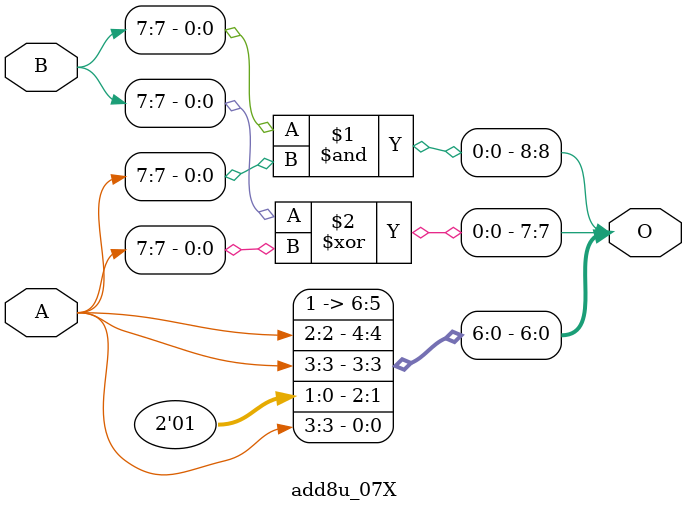
<source format=v>
/***
* This code is a part of EvoApproxLib library (ehw.fit.vutbr.cz/approxlib) distributed under The MIT License.
* When used, please cite the following article(s): PRABAKARAN B. S., MRAZEK V., VASICEK Z., SEKANINA L., SHAFIQUE M. ApproxFPGAs: Embracing ASIC-based Approximate Arithmetic Components for FPGA-Based Systems. DAC 2020. 
***/
// MAE% = 8.75 %
// MAE = 45 
// WCE% = 28.12 %
// WCE = 144 
// WCRE% = 9700.00 %
// EP% = 99.32 %
// MRE% = 25.92 %
// MSE = 3019 
// FPGA_POWER = 0.26
// FPGA_DELAY = 5.9
// FPGA_LUT = 1.0


module add8u_07X(A, B, O);
  input [7:0] A, B;
  output [8:0] O;
  assign O[1] = 1'b1;
  assign O[2] = 1'b0;
  assign O[6] = 1'b1;
  assign O[8] = B[7] & A[7];
  assign O[7] = B[7] ^ A[7];
  assign O[0] = A[3];
  assign O[3] = A[3];
  assign O[4] = A[2];
  assign O[5] = O[1];
endmodule


</source>
